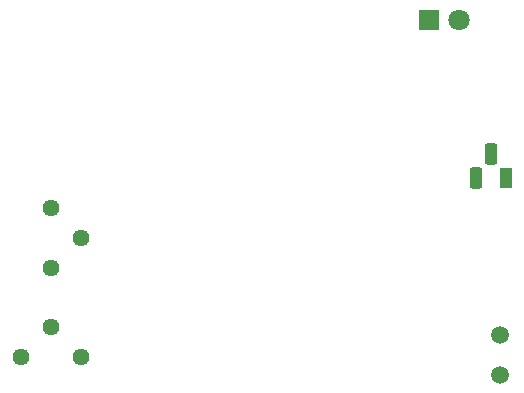
<source format=gbr>
%TF.GenerationSoftware,KiCad,Pcbnew,8.0.7*%
%TF.CreationDate,2025-06-23T15:52:58+10:00*%
%TF.ProjectId,solder,736f6c64-6572-42e6-9b69-6361645f7063,rev?*%
%TF.SameCoordinates,Original*%
%TF.FileFunction,Soldermask,Top*%
%TF.FilePolarity,Negative*%
%FSLAX46Y46*%
G04 Gerber Fmt 4.6, Leading zero omitted, Abs format (unit mm)*
G04 Created by KiCad (PCBNEW 8.0.7) date 2025-06-23 15:52:58*
%MOMM*%
%LPD*%
G01*
G04 APERTURE LIST*
G04 Aperture macros list*
%AMRoundRect*
0 Rectangle with rounded corners*
0 $1 Rounding radius*
0 $2 $3 $4 $5 $6 $7 $8 $9 X,Y pos of 4 corners*
0 Add a 4 corners polygon primitive as box body*
4,1,4,$2,$3,$4,$5,$6,$7,$8,$9,$2,$3,0*
0 Add four circle primitives for the rounded corners*
1,1,$1+$1,$2,$3*
1,1,$1+$1,$4,$5*
1,1,$1+$1,$6,$7*
1,1,$1+$1,$8,$9*
0 Add four rect primitives between the rounded corners*
20,1,$1+$1,$2,$3,$4,$5,0*
20,1,$1+$1,$4,$5,$6,$7,0*
20,1,$1+$1,$6,$7,$8,$9,0*
20,1,$1+$1,$8,$9,$2,$3,0*%
G04 Aperture macros list end*
%ADD10R,1.800000X1.800000*%
%ADD11C,1.800000*%
%ADD12C,1.500000*%
%ADD13C,1.440000*%
%ADD14R,1.100000X1.800000*%
%ADD15RoundRect,0.275000X0.275000X0.625000X-0.275000X0.625000X-0.275000X-0.625000X0.275000X-0.625000X0*%
G04 APERTURE END LIST*
D10*
%TO.C,D1*%
X149500000Y-69000000D03*
D11*
X152040000Y-69000000D03*
%TD*%
D12*
%TO.C,R1*%
X155550000Y-99060000D03*
X155550000Y-95660000D03*
%TD*%
D13*
%TO.C,RV1*%
X114975000Y-97540000D03*
X117515000Y-95000000D03*
X120055000Y-97540000D03*
%TD*%
%TO.C,RV2*%
X117500000Y-84960000D03*
X120040000Y-87500000D03*
X117500000Y-90040000D03*
%TD*%
D14*
%TO.C,Q1*%
X156000000Y-82400000D03*
D15*
X154730000Y-80330000D03*
X153460000Y-82400000D03*
%TD*%
M02*

</source>
